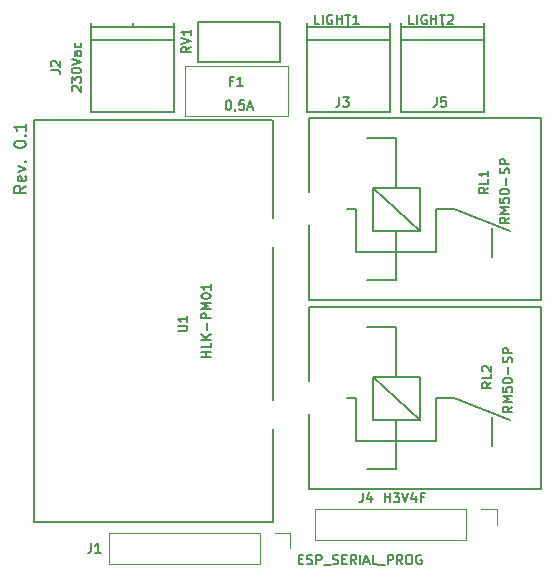
<source format=gto>
G04 #@! TF.GenerationSoftware,KiCad,Pcbnew,no-vcs-found-aeac415~59~ubuntu16.04.1*
G04 #@! TF.CreationDate,2017-08-24T18:22:22+03:00*
G04 #@! TF.ProjectId,wifi_lights,776966695F6C69676874732E6B696361,rev?*
G04 #@! TF.SameCoordinates,Original*
G04 #@! TF.FileFunction,Legend,Top*
G04 #@! TF.FilePolarity,Positive*
%FSLAX46Y46*%
G04 Gerber Fmt 4.6, Leading zero omitted, Abs format (unit mm)*
G04 Created by KiCad (PCBNEW no-vcs-found-aeac415~59~ubuntu16.04.1) date Thu Aug 24 18:22:22 2017*
%MOMM*%
%LPD*%
G01*
G04 APERTURE LIST*
%ADD10C,0.150000*%
%ADD11C,0.120000*%
%ADD12C,2.400000*%
%ADD13O,1.700000X1.700000*%
%ADD14R,1.700000X1.700000*%
%ADD15C,2.500000*%
%ADD16C,3.000000*%
%ADD17C,1.600000*%
%ADD18C,2.000000*%
%ADD19R,1.100000X2.500000*%
%ADD20O,1.100000X2.500000*%
G04 APERTURE END LIST*
D10*
X101952380Y-65309523D02*
X101476190Y-65642857D01*
X101952380Y-65880952D02*
X100952380Y-65880952D01*
X100952380Y-65500000D01*
X101000000Y-65404761D01*
X101047619Y-65357142D01*
X101142857Y-65309523D01*
X101285714Y-65309523D01*
X101380952Y-65357142D01*
X101428571Y-65404761D01*
X101476190Y-65500000D01*
X101476190Y-65880952D01*
X101904761Y-64500000D02*
X101952380Y-64595238D01*
X101952380Y-64785714D01*
X101904761Y-64880952D01*
X101809523Y-64928571D01*
X101428571Y-64928571D01*
X101333333Y-64880952D01*
X101285714Y-64785714D01*
X101285714Y-64595238D01*
X101333333Y-64500000D01*
X101428571Y-64452380D01*
X101523809Y-64452380D01*
X101619047Y-64928571D01*
X101285714Y-64119047D02*
X101952380Y-63880952D01*
X101285714Y-63642857D01*
X101857142Y-63261904D02*
X101904761Y-63214285D01*
X101952380Y-63261904D01*
X101904761Y-63309523D01*
X101857142Y-63261904D01*
X101952380Y-63261904D01*
X100952380Y-61833333D02*
X100952380Y-61738095D01*
X101000000Y-61642857D01*
X101047619Y-61595238D01*
X101142857Y-61547619D01*
X101333333Y-61500000D01*
X101571428Y-61500000D01*
X101761904Y-61547619D01*
X101857142Y-61595238D01*
X101904761Y-61642857D01*
X101952380Y-61738095D01*
X101952380Y-61833333D01*
X101904761Y-61928571D01*
X101857142Y-61976190D01*
X101761904Y-62023809D01*
X101571428Y-62071428D01*
X101333333Y-62071428D01*
X101142857Y-62023809D01*
X101047619Y-61976190D01*
X101000000Y-61928571D01*
X100952380Y-61833333D01*
X101857142Y-61071428D02*
X101904761Y-61023809D01*
X101952380Y-61071428D01*
X101904761Y-61119047D01*
X101857142Y-61071428D01*
X101952380Y-61071428D01*
X101952380Y-60071428D02*
X101952380Y-60642857D01*
X101952380Y-60357142D02*
X100952380Y-60357142D01*
X101095238Y-60452380D01*
X101190476Y-60547619D01*
X101238095Y-60642857D01*
X107500000Y-59100000D02*
X114500000Y-59100000D01*
X107500000Y-51500000D02*
X107500000Y-59100000D01*
X114500000Y-59100000D02*
X114500000Y-51500000D01*
X114500000Y-51900000D02*
X107500000Y-51900000D01*
X114500000Y-53000000D02*
X107500000Y-53000000D01*
X111000000Y-51900000D02*
X111000000Y-51500000D01*
X137250000Y-51900000D02*
X137250000Y-51500000D01*
X140750000Y-53000000D02*
X133750000Y-53000000D01*
X140750000Y-51900000D02*
X133750000Y-51900000D01*
X140750000Y-59100000D02*
X140750000Y-51500000D01*
X133750000Y-51500000D02*
X133750000Y-59100000D01*
X133750000Y-59100000D02*
X140750000Y-59100000D01*
X125750000Y-59100000D02*
X132750000Y-59100000D01*
X125750000Y-51500000D02*
X125750000Y-59100000D01*
X132750000Y-59100000D02*
X132750000Y-51500000D01*
X132750000Y-51900000D02*
X125750000Y-51900000D01*
X132750000Y-53000000D02*
X125750000Y-53000000D01*
X129250000Y-51900000D02*
X129250000Y-51500000D01*
D11*
X141830000Y-92670000D02*
X141830000Y-94000000D01*
X140500000Y-92670000D02*
X141830000Y-92670000D01*
X139230000Y-92670000D02*
X139230000Y-95330000D01*
X139230000Y-95330000D02*
X126470000Y-95330000D01*
X139230000Y-92670000D02*
X126470000Y-92670000D01*
X126470000Y-92670000D02*
X126470000Y-95330000D01*
D10*
X140450000Y-74950000D02*
X142250000Y-74950000D01*
X142250000Y-74950000D02*
X145550000Y-74950000D01*
X145550000Y-74950000D02*
X145550000Y-59550000D01*
X125950000Y-68600000D02*
X125950000Y-74950000D01*
X125950000Y-74950000D02*
X140500000Y-74950000D01*
X125950000Y-65850000D02*
X125950000Y-59550000D01*
X125950000Y-59550000D02*
X145550000Y-59550000D01*
X125950000Y-59600000D02*
X125950000Y-65850000D01*
X141450000Y-68850000D02*
X141450000Y-71350000D01*
X130800000Y-73300000D02*
X133300000Y-73300000D01*
X129900000Y-67300000D02*
X129100000Y-67300000D01*
X133300000Y-61300000D02*
X130800000Y-61300000D01*
X136700000Y-67300000D02*
X138200000Y-67300000D01*
X138200000Y-67300000D02*
X142950000Y-69150000D01*
X136700000Y-70900000D02*
X129900000Y-70900000D01*
X136700000Y-67300000D02*
X136700000Y-70900000D01*
X129900000Y-67300000D02*
X129900000Y-70900000D01*
X133300000Y-61300000D02*
X133300000Y-65500000D01*
X133300000Y-69100000D02*
X133300000Y-73300000D01*
X135300000Y-69100000D02*
X131300000Y-65500000D01*
X131300000Y-69100000D02*
X131300000Y-65500000D01*
X131300000Y-65500000D02*
X135300000Y-65500000D01*
X135300000Y-65500000D02*
X135300000Y-69100000D01*
X135300000Y-69100000D02*
X131300000Y-69100000D01*
X135300000Y-85100000D02*
X131300000Y-85100000D01*
X135300000Y-81500000D02*
X135300000Y-85100000D01*
X131300000Y-81500000D02*
X135300000Y-81500000D01*
X131300000Y-85100000D02*
X131300000Y-81500000D01*
X135300000Y-85100000D02*
X131300000Y-81500000D01*
X133300000Y-85100000D02*
X133300000Y-89300000D01*
X133300000Y-77300000D02*
X133300000Y-81500000D01*
X129900000Y-83300000D02*
X129900000Y-86900000D01*
X136700000Y-83300000D02*
X136700000Y-86900000D01*
X136700000Y-86900000D02*
X129900000Y-86900000D01*
X138200000Y-83300000D02*
X142950000Y-85150000D01*
X136700000Y-83300000D02*
X138200000Y-83300000D01*
X133300000Y-77300000D02*
X130800000Y-77300000D01*
X129900000Y-83300000D02*
X129100000Y-83300000D01*
X130800000Y-89300000D02*
X133300000Y-89300000D01*
X141450000Y-84850000D02*
X141450000Y-87350000D01*
X125950000Y-75600000D02*
X125950000Y-81850000D01*
X125950000Y-75550000D02*
X145550000Y-75550000D01*
X125950000Y-81850000D02*
X125950000Y-75550000D01*
X125950000Y-90950000D02*
X140500000Y-90950000D01*
X125950000Y-84600000D02*
X125950000Y-90950000D01*
X145550000Y-90950000D02*
X145550000Y-75550000D01*
X142250000Y-90950000D02*
X145550000Y-90950000D01*
X140450000Y-90950000D02*
X142250000Y-90950000D01*
X123500000Y-54800000D02*
X123500000Y-51400000D01*
X116500000Y-54800000D02*
X116500000Y-51400000D01*
X123500000Y-54800000D02*
X116500000Y-54800000D01*
X123500000Y-51400000D02*
X116500000Y-51400000D01*
D11*
X124160000Y-59370000D02*
X115420000Y-59370000D01*
X124160000Y-59370000D02*
X124160000Y-55130000D01*
X115420000Y-55130000D02*
X115420000Y-59370000D01*
X115420000Y-55130000D02*
X124160000Y-55130000D01*
X124330000Y-94670000D02*
X124330000Y-96000000D01*
X123000000Y-94670000D02*
X124330000Y-94670000D01*
X121730000Y-94670000D02*
X121730000Y-97330000D01*
X121730000Y-97330000D02*
X108970000Y-97330000D01*
X121730000Y-94670000D02*
X108970000Y-94670000D01*
X108970000Y-94670000D02*
X108970000Y-97330000D01*
D10*
X102649993Y-59749991D02*
X102649993Y-93750000D01*
X102649993Y-93749982D02*
X122850006Y-93749982D01*
X122849993Y-93750018D02*
X122849993Y-59749982D01*
X122826960Y-59749982D02*
X102649993Y-59749982D01*
X104061904Y-55516666D02*
X104633333Y-55516666D01*
X104747619Y-55554761D01*
X104823809Y-55630952D01*
X104861904Y-55745238D01*
X104861904Y-55821428D01*
X104138095Y-55173809D02*
X104100000Y-55135714D01*
X104061904Y-55059523D01*
X104061904Y-54869047D01*
X104100000Y-54792857D01*
X104138095Y-54754761D01*
X104214285Y-54716666D01*
X104290476Y-54716666D01*
X104404761Y-54754761D01*
X104861904Y-55211904D01*
X104861904Y-54716666D01*
X105888095Y-57288095D02*
X105850000Y-57250000D01*
X105811904Y-57173809D01*
X105811904Y-56983333D01*
X105850000Y-56907142D01*
X105888095Y-56869047D01*
X105964285Y-56830952D01*
X106040476Y-56830952D01*
X106154761Y-56869047D01*
X106611904Y-57326190D01*
X106611904Y-56830952D01*
X105811904Y-56564285D02*
X105811904Y-56069047D01*
X106116666Y-56335714D01*
X106116666Y-56221428D01*
X106154761Y-56145238D01*
X106192857Y-56107142D01*
X106269047Y-56069047D01*
X106459523Y-56069047D01*
X106535714Y-56107142D01*
X106573809Y-56145238D01*
X106611904Y-56221428D01*
X106611904Y-56450000D01*
X106573809Y-56526190D01*
X106535714Y-56564285D01*
X105811904Y-55573809D02*
X105811904Y-55497619D01*
X105850000Y-55421428D01*
X105888095Y-55383333D01*
X105964285Y-55345238D01*
X106116666Y-55307142D01*
X106307142Y-55307142D01*
X106459523Y-55345238D01*
X106535714Y-55383333D01*
X106573809Y-55421428D01*
X106611904Y-55497619D01*
X106611904Y-55573809D01*
X106573809Y-55650000D01*
X106535714Y-55688095D01*
X106459523Y-55726190D01*
X106307142Y-55764285D01*
X106116666Y-55764285D01*
X105964285Y-55726190D01*
X105888095Y-55688095D01*
X105850000Y-55650000D01*
X105811904Y-55573809D01*
X105811904Y-55078571D02*
X106611904Y-54811904D01*
X105811904Y-54545238D01*
X106611904Y-53935714D02*
X106192857Y-53935714D01*
X106116666Y-53973809D01*
X106078571Y-54050000D01*
X106078571Y-54202380D01*
X106116666Y-54278571D01*
X106573809Y-53935714D02*
X106611904Y-54011904D01*
X106611904Y-54202380D01*
X106573809Y-54278571D01*
X106497619Y-54316666D01*
X106421428Y-54316666D01*
X106345238Y-54278571D01*
X106307142Y-54202380D01*
X106307142Y-54011904D01*
X106269047Y-53935714D01*
X106573809Y-53211904D02*
X106611904Y-53288095D01*
X106611904Y-53440476D01*
X106573809Y-53516666D01*
X106535714Y-53554761D01*
X106459523Y-53592857D01*
X106230952Y-53592857D01*
X106154761Y-53554761D01*
X106116666Y-53516666D01*
X106078571Y-53440476D01*
X106078571Y-53288095D01*
X106116666Y-53211904D01*
X136733333Y-57811904D02*
X136733333Y-58383333D01*
X136695238Y-58497619D01*
X136619047Y-58573809D01*
X136504761Y-58611904D01*
X136428571Y-58611904D01*
X137495238Y-57811904D02*
X137114285Y-57811904D01*
X137076190Y-58192857D01*
X137114285Y-58154761D01*
X137190476Y-58116666D01*
X137380952Y-58116666D01*
X137457142Y-58154761D01*
X137495238Y-58192857D01*
X137533333Y-58269047D01*
X137533333Y-58459523D01*
X137495238Y-58535714D01*
X137457142Y-58573809D01*
X137380952Y-58611904D01*
X137190476Y-58611904D01*
X137114285Y-58573809D01*
X137076190Y-58535714D01*
X134802380Y-51611904D02*
X134421428Y-51611904D01*
X134421428Y-50811904D01*
X135069047Y-51611904D02*
X135069047Y-50811904D01*
X135869047Y-50850000D02*
X135792857Y-50811904D01*
X135678571Y-50811904D01*
X135564285Y-50850000D01*
X135488095Y-50926190D01*
X135450000Y-51002380D01*
X135411904Y-51154761D01*
X135411904Y-51269047D01*
X135450000Y-51421428D01*
X135488095Y-51497619D01*
X135564285Y-51573809D01*
X135678571Y-51611904D01*
X135754761Y-51611904D01*
X135869047Y-51573809D01*
X135907142Y-51535714D01*
X135907142Y-51269047D01*
X135754761Y-51269047D01*
X136250000Y-51611904D02*
X136250000Y-50811904D01*
X136250000Y-51192857D02*
X136707142Y-51192857D01*
X136707142Y-51611904D02*
X136707142Y-50811904D01*
X136973809Y-50811904D02*
X137430952Y-50811904D01*
X137202380Y-51611904D02*
X137202380Y-50811904D01*
X137659523Y-50888095D02*
X137697619Y-50850000D01*
X137773809Y-50811904D01*
X137964285Y-50811904D01*
X138040476Y-50850000D01*
X138078571Y-50888095D01*
X138116666Y-50964285D01*
X138116666Y-51040476D01*
X138078571Y-51154761D01*
X137621428Y-51611904D01*
X138116666Y-51611904D01*
X128483333Y-57811904D02*
X128483333Y-58383333D01*
X128445238Y-58497619D01*
X128369047Y-58573809D01*
X128254761Y-58611904D01*
X128178571Y-58611904D01*
X128788095Y-57811904D02*
X129283333Y-57811904D01*
X129016666Y-58116666D01*
X129130952Y-58116666D01*
X129207142Y-58154761D01*
X129245238Y-58192857D01*
X129283333Y-58269047D01*
X129283333Y-58459523D01*
X129245238Y-58535714D01*
X129207142Y-58573809D01*
X129130952Y-58611904D01*
X128902380Y-58611904D01*
X128826190Y-58573809D01*
X128788095Y-58535714D01*
X126802380Y-51611904D02*
X126421428Y-51611904D01*
X126421428Y-50811904D01*
X127069047Y-51611904D02*
X127069047Y-50811904D01*
X127869047Y-50850000D02*
X127792857Y-50811904D01*
X127678571Y-50811904D01*
X127564285Y-50850000D01*
X127488095Y-50926190D01*
X127450000Y-51002380D01*
X127411904Y-51154761D01*
X127411904Y-51269047D01*
X127450000Y-51421428D01*
X127488095Y-51497619D01*
X127564285Y-51573809D01*
X127678571Y-51611904D01*
X127754761Y-51611904D01*
X127869047Y-51573809D01*
X127907142Y-51535714D01*
X127907142Y-51269047D01*
X127754761Y-51269047D01*
X128250000Y-51611904D02*
X128250000Y-50811904D01*
X128250000Y-51192857D02*
X128707142Y-51192857D01*
X128707142Y-51611904D02*
X128707142Y-50811904D01*
X128973809Y-50811904D02*
X129430952Y-50811904D01*
X129202380Y-51611904D02*
X129202380Y-50811904D01*
X130116666Y-51611904D02*
X129659523Y-51611904D01*
X129888095Y-51611904D02*
X129888095Y-50811904D01*
X129811904Y-50926190D01*
X129735714Y-51002380D01*
X129659523Y-51040476D01*
X130483333Y-91311904D02*
X130483333Y-91883333D01*
X130445238Y-91997619D01*
X130369047Y-92073809D01*
X130254761Y-92111904D01*
X130178571Y-92111904D01*
X131207142Y-91578571D02*
X131207142Y-92111904D01*
X131016666Y-91273809D02*
X130826190Y-91845238D01*
X131321428Y-91845238D01*
X132323809Y-92111904D02*
X132323809Y-91311904D01*
X132323809Y-91692857D02*
X132780952Y-91692857D01*
X132780952Y-92111904D02*
X132780952Y-91311904D01*
X133085714Y-91311904D02*
X133580952Y-91311904D01*
X133314285Y-91616666D01*
X133428571Y-91616666D01*
X133504761Y-91654761D01*
X133542857Y-91692857D01*
X133580952Y-91769047D01*
X133580952Y-91959523D01*
X133542857Y-92035714D01*
X133504761Y-92073809D01*
X133428571Y-92111904D01*
X133200000Y-92111904D01*
X133123809Y-92073809D01*
X133085714Y-92035714D01*
X133809523Y-91311904D02*
X134076190Y-92111904D01*
X134342857Y-91311904D01*
X134952380Y-91578571D02*
X134952380Y-92111904D01*
X134761904Y-91273809D02*
X134571428Y-91845238D01*
X135066666Y-91845238D01*
X135638095Y-91692857D02*
X135371428Y-91692857D01*
X135371428Y-92111904D02*
X135371428Y-91311904D01*
X135752380Y-91311904D01*
X141111904Y-65457142D02*
X140730952Y-65723809D01*
X141111904Y-65914285D02*
X140311904Y-65914285D01*
X140311904Y-65609523D01*
X140350000Y-65533333D01*
X140388095Y-65495238D01*
X140464285Y-65457142D01*
X140578571Y-65457142D01*
X140654761Y-65495238D01*
X140692857Y-65533333D01*
X140730952Y-65609523D01*
X140730952Y-65914285D01*
X141111904Y-64733333D02*
X141111904Y-65114285D01*
X140311904Y-65114285D01*
X141111904Y-64047619D02*
X141111904Y-64504761D01*
X141111904Y-64276190D02*
X140311904Y-64276190D01*
X140426190Y-64352380D01*
X140502380Y-64428571D01*
X140540476Y-64504761D01*
X142861904Y-67997619D02*
X142480952Y-68264285D01*
X142861904Y-68454761D02*
X142061904Y-68454761D01*
X142061904Y-68150000D01*
X142100000Y-68073809D01*
X142138095Y-68035714D01*
X142214285Y-67997619D01*
X142328571Y-67997619D01*
X142404761Y-68035714D01*
X142442857Y-68073809D01*
X142480952Y-68150000D01*
X142480952Y-68454761D01*
X142861904Y-67654761D02*
X142061904Y-67654761D01*
X142633333Y-67388095D01*
X142061904Y-67121428D01*
X142861904Y-67121428D01*
X142061904Y-66359523D02*
X142061904Y-66740476D01*
X142442857Y-66778571D01*
X142404761Y-66740476D01*
X142366666Y-66664285D01*
X142366666Y-66473809D01*
X142404761Y-66397619D01*
X142442857Y-66359523D01*
X142519047Y-66321428D01*
X142709523Y-66321428D01*
X142785714Y-66359523D01*
X142823809Y-66397619D01*
X142861904Y-66473809D01*
X142861904Y-66664285D01*
X142823809Y-66740476D01*
X142785714Y-66778571D01*
X142061904Y-65826190D02*
X142061904Y-65750000D01*
X142100000Y-65673809D01*
X142138095Y-65635714D01*
X142214285Y-65597619D01*
X142366666Y-65559523D01*
X142557142Y-65559523D01*
X142709523Y-65597619D01*
X142785714Y-65635714D01*
X142823809Y-65673809D01*
X142861904Y-65750000D01*
X142861904Y-65826190D01*
X142823809Y-65902380D01*
X142785714Y-65940476D01*
X142709523Y-65978571D01*
X142557142Y-66016666D01*
X142366666Y-66016666D01*
X142214285Y-65978571D01*
X142138095Y-65940476D01*
X142100000Y-65902380D01*
X142061904Y-65826190D01*
X142557142Y-65216666D02*
X142557142Y-64607142D01*
X142823809Y-64264285D02*
X142861904Y-64150000D01*
X142861904Y-63959523D01*
X142823809Y-63883333D01*
X142785714Y-63845238D01*
X142709523Y-63807142D01*
X142633333Y-63807142D01*
X142557142Y-63845238D01*
X142519047Y-63883333D01*
X142480952Y-63959523D01*
X142442857Y-64111904D01*
X142404761Y-64188095D01*
X142366666Y-64226190D01*
X142290476Y-64264285D01*
X142214285Y-64264285D01*
X142138095Y-64226190D01*
X142100000Y-64188095D01*
X142061904Y-64111904D01*
X142061904Y-63921428D01*
X142100000Y-63807142D01*
X142861904Y-63464285D02*
X142061904Y-63464285D01*
X142061904Y-63159523D01*
X142100000Y-63083333D01*
X142138095Y-63045238D01*
X142214285Y-63007142D01*
X142328571Y-63007142D01*
X142404761Y-63045238D01*
X142442857Y-63083333D01*
X142480952Y-63159523D01*
X142480952Y-63464285D01*
X141361904Y-81957142D02*
X140980952Y-82223809D01*
X141361904Y-82414285D02*
X140561904Y-82414285D01*
X140561904Y-82109523D01*
X140600000Y-82033333D01*
X140638095Y-81995238D01*
X140714285Y-81957142D01*
X140828571Y-81957142D01*
X140904761Y-81995238D01*
X140942857Y-82033333D01*
X140980952Y-82109523D01*
X140980952Y-82414285D01*
X141361904Y-81233333D02*
X141361904Y-81614285D01*
X140561904Y-81614285D01*
X140638095Y-81004761D02*
X140600000Y-80966666D01*
X140561904Y-80890476D01*
X140561904Y-80700000D01*
X140600000Y-80623809D01*
X140638095Y-80585714D01*
X140714285Y-80547619D01*
X140790476Y-80547619D01*
X140904761Y-80585714D01*
X141361904Y-81042857D01*
X141361904Y-80547619D01*
X143111904Y-83997619D02*
X142730952Y-84264285D01*
X143111904Y-84454761D02*
X142311904Y-84454761D01*
X142311904Y-84150000D01*
X142350000Y-84073809D01*
X142388095Y-84035714D01*
X142464285Y-83997619D01*
X142578571Y-83997619D01*
X142654761Y-84035714D01*
X142692857Y-84073809D01*
X142730952Y-84150000D01*
X142730952Y-84454761D01*
X143111904Y-83654761D02*
X142311904Y-83654761D01*
X142883333Y-83388095D01*
X142311904Y-83121428D01*
X143111904Y-83121428D01*
X142311904Y-82359523D02*
X142311904Y-82740476D01*
X142692857Y-82778571D01*
X142654761Y-82740476D01*
X142616666Y-82664285D01*
X142616666Y-82473809D01*
X142654761Y-82397619D01*
X142692857Y-82359523D01*
X142769047Y-82321428D01*
X142959523Y-82321428D01*
X143035714Y-82359523D01*
X143073809Y-82397619D01*
X143111904Y-82473809D01*
X143111904Y-82664285D01*
X143073809Y-82740476D01*
X143035714Y-82778571D01*
X142311904Y-81826190D02*
X142311904Y-81750000D01*
X142350000Y-81673809D01*
X142388095Y-81635714D01*
X142464285Y-81597619D01*
X142616666Y-81559523D01*
X142807142Y-81559523D01*
X142959523Y-81597619D01*
X143035714Y-81635714D01*
X143073809Y-81673809D01*
X143111904Y-81750000D01*
X143111904Y-81826190D01*
X143073809Y-81902380D01*
X143035714Y-81940476D01*
X142959523Y-81978571D01*
X142807142Y-82016666D01*
X142616666Y-82016666D01*
X142464285Y-81978571D01*
X142388095Y-81940476D01*
X142350000Y-81902380D01*
X142311904Y-81826190D01*
X142807142Y-81216666D02*
X142807142Y-80607142D01*
X143073809Y-80264285D02*
X143111904Y-80150000D01*
X143111904Y-79959523D01*
X143073809Y-79883333D01*
X143035714Y-79845238D01*
X142959523Y-79807142D01*
X142883333Y-79807142D01*
X142807142Y-79845238D01*
X142769047Y-79883333D01*
X142730952Y-79959523D01*
X142692857Y-80111904D01*
X142654761Y-80188095D01*
X142616666Y-80226190D01*
X142540476Y-80264285D01*
X142464285Y-80264285D01*
X142388095Y-80226190D01*
X142350000Y-80188095D01*
X142311904Y-80111904D01*
X142311904Y-79921428D01*
X142350000Y-79807142D01*
X143111904Y-79464285D02*
X142311904Y-79464285D01*
X142311904Y-79159523D01*
X142350000Y-79083333D01*
X142388095Y-79045238D01*
X142464285Y-79007142D01*
X142578571Y-79007142D01*
X142654761Y-79045238D01*
X142692857Y-79083333D01*
X142730952Y-79159523D01*
X142730952Y-79464285D01*
X115911904Y-53526190D02*
X115530952Y-53792857D01*
X115911904Y-53983333D02*
X115111904Y-53983333D01*
X115111904Y-53678571D01*
X115150000Y-53602380D01*
X115188095Y-53564285D01*
X115264285Y-53526190D01*
X115378571Y-53526190D01*
X115454761Y-53564285D01*
X115492857Y-53602380D01*
X115530952Y-53678571D01*
X115530952Y-53983333D01*
X115111904Y-53297619D02*
X115911904Y-53030952D01*
X115111904Y-52764285D01*
X115911904Y-52078571D02*
X115911904Y-52535714D01*
X115911904Y-52307142D02*
X115111904Y-52307142D01*
X115226190Y-52383333D01*
X115302380Y-52459523D01*
X115340476Y-52535714D01*
X119483333Y-56442857D02*
X119216666Y-56442857D01*
X119216666Y-56861904D02*
X119216666Y-56061904D01*
X119597619Y-56061904D01*
X120321428Y-56861904D02*
X119864285Y-56861904D01*
X120092857Y-56861904D02*
X120092857Y-56061904D01*
X120016666Y-56176190D01*
X119940476Y-56252380D01*
X119864285Y-56290476D01*
X119047619Y-58061904D02*
X119123809Y-58061904D01*
X119200000Y-58100000D01*
X119238095Y-58138095D01*
X119276190Y-58214285D01*
X119314285Y-58366666D01*
X119314285Y-58557142D01*
X119276190Y-58709523D01*
X119238095Y-58785714D01*
X119200000Y-58823809D01*
X119123809Y-58861904D01*
X119047619Y-58861904D01*
X118971428Y-58823809D01*
X118933333Y-58785714D01*
X118895238Y-58709523D01*
X118857142Y-58557142D01*
X118857142Y-58366666D01*
X118895238Y-58214285D01*
X118933333Y-58138095D01*
X118971428Y-58100000D01*
X119047619Y-58061904D01*
X119695238Y-58823809D02*
X119695238Y-58861904D01*
X119657142Y-58938095D01*
X119619047Y-58976190D01*
X120419047Y-58061904D02*
X120038095Y-58061904D01*
X120000000Y-58442857D01*
X120038095Y-58404761D01*
X120114285Y-58366666D01*
X120304761Y-58366666D01*
X120380952Y-58404761D01*
X120419047Y-58442857D01*
X120457142Y-58519047D01*
X120457142Y-58709523D01*
X120419047Y-58785714D01*
X120380952Y-58823809D01*
X120304761Y-58861904D01*
X120114285Y-58861904D01*
X120038095Y-58823809D01*
X120000000Y-58785714D01*
X120761904Y-58633333D02*
X121142857Y-58633333D01*
X120685714Y-58861904D02*
X120952380Y-58061904D01*
X121219047Y-58861904D01*
X107483333Y-95561904D02*
X107483333Y-96133333D01*
X107445238Y-96247619D01*
X107369047Y-96323809D01*
X107254761Y-96361904D01*
X107178571Y-96361904D01*
X108283333Y-96361904D02*
X107826190Y-96361904D01*
X108054761Y-96361904D02*
X108054761Y-95561904D01*
X107978571Y-95676190D01*
X107902380Y-95752380D01*
X107826190Y-95790476D01*
X125069047Y-96942857D02*
X125335714Y-96942857D01*
X125450000Y-97361904D02*
X125069047Y-97361904D01*
X125069047Y-96561904D01*
X125450000Y-96561904D01*
X125754761Y-97323809D02*
X125869047Y-97361904D01*
X126059523Y-97361904D01*
X126135714Y-97323809D01*
X126173809Y-97285714D01*
X126211904Y-97209523D01*
X126211904Y-97133333D01*
X126173809Y-97057142D01*
X126135714Y-97019047D01*
X126059523Y-96980952D01*
X125907142Y-96942857D01*
X125830952Y-96904761D01*
X125792857Y-96866666D01*
X125754761Y-96790476D01*
X125754761Y-96714285D01*
X125792857Y-96638095D01*
X125830952Y-96600000D01*
X125907142Y-96561904D01*
X126097619Y-96561904D01*
X126211904Y-96600000D01*
X126554761Y-97361904D02*
X126554761Y-96561904D01*
X126859523Y-96561904D01*
X126935714Y-96600000D01*
X126973809Y-96638095D01*
X127011904Y-96714285D01*
X127011904Y-96828571D01*
X126973809Y-96904761D01*
X126935714Y-96942857D01*
X126859523Y-96980952D01*
X126554761Y-96980952D01*
X127164285Y-97438095D02*
X127773809Y-97438095D01*
X127926190Y-97323809D02*
X128040476Y-97361904D01*
X128230952Y-97361904D01*
X128307142Y-97323809D01*
X128345238Y-97285714D01*
X128383333Y-97209523D01*
X128383333Y-97133333D01*
X128345238Y-97057142D01*
X128307142Y-97019047D01*
X128230952Y-96980952D01*
X128078571Y-96942857D01*
X128002380Y-96904761D01*
X127964285Y-96866666D01*
X127926190Y-96790476D01*
X127926190Y-96714285D01*
X127964285Y-96638095D01*
X128002380Y-96600000D01*
X128078571Y-96561904D01*
X128269047Y-96561904D01*
X128383333Y-96600000D01*
X128726190Y-96942857D02*
X128992857Y-96942857D01*
X129107142Y-97361904D02*
X128726190Y-97361904D01*
X128726190Y-96561904D01*
X129107142Y-96561904D01*
X129907142Y-97361904D02*
X129640476Y-96980952D01*
X129450000Y-97361904D02*
X129450000Y-96561904D01*
X129754761Y-96561904D01*
X129830952Y-96600000D01*
X129869047Y-96638095D01*
X129907142Y-96714285D01*
X129907142Y-96828571D01*
X129869047Y-96904761D01*
X129830952Y-96942857D01*
X129754761Y-96980952D01*
X129450000Y-96980952D01*
X130250000Y-97361904D02*
X130250000Y-96561904D01*
X130592857Y-97133333D02*
X130973809Y-97133333D01*
X130516666Y-97361904D02*
X130783333Y-96561904D01*
X131050000Y-97361904D01*
X131697619Y-97361904D02*
X131316666Y-97361904D01*
X131316666Y-96561904D01*
X131773809Y-97438095D02*
X132383333Y-97438095D01*
X132573809Y-97361904D02*
X132573809Y-96561904D01*
X132878571Y-96561904D01*
X132954761Y-96600000D01*
X132992857Y-96638095D01*
X133030952Y-96714285D01*
X133030952Y-96828571D01*
X132992857Y-96904761D01*
X132954761Y-96942857D01*
X132878571Y-96980952D01*
X132573809Y-96980952D01*
X133830952Y-97361904D02*
X133564285Y-96980952D01*
X133373809Y-97361904D02*
X133373809Y-96561904D01*
X133678571Y-96561904D01*
X133754761Y-96600000D01*
X133792857Y-96638095D01*
X133830952Y-96714285D01*
X133830952Y-96828571D01*
X133792857Y-96904761D01*
X133754761Y-96942857D01*
X133678571Y-96980952D01*
X133373809Y-96980952D01*
X134326190Y-96561904D02*
X134478571Y-96561904D01*
X134554761Y-96600000D01*
X134630952Y-96676190D01*
X134669047Y-96828571D01*
X134669047Y-97095238D01*
X134630952Y-97247619D01*
X134554761Y-97323809D01*
X134478571Y-97361904D01*
X134326190Y-97361904D01*
X134250000Y-97323809D01*
X134173809Y-97247619D01*
X134135714Y-97095238D01*
X134135714Y-96828571D01*
X134173809Y-96676190D01*
X134250000Y-96600000D01*
X134326190Y-96561904D01*
X135430952Y-96600000D02*
X135354761Y-96561904D01*
X135240476Y-96561904D01*
X135126190Y-96600000D01*
X135050000Y-96676190D01*
X135011904Y-96752380D01*
X134973809Y-96904761D01*
X134973809Y-97019047D01*
X135011904Y-97171428D01*
X135050000Y-97247619D01*
X135126190Y-97323809D01*
X135240476Y-97361904D01*
X135316666Y-97361904D01*
X135430952Y-97323809D01*
X135469047Y-97285714D01*
X135469047Y-97019047D01*
X135316666Y-97019047D01*
X117611904Y-79816666D02*
X116811904Y-79816666D01*
X117192857Y-79816666D02*
X117192857Y-79359523D01*
X117611904Y-79359523D02*
X116811904Y-79359523D01*
X117611904Y-78597619D02*
X117611904Y-78978571D01*
X116811904Y-78978571D01*
X117611904Y-78330952D02*
X116811904Y-78330952D01*
X117611904Y-77873809D02*
X117154761Y-78216666D01*
X116811904Y-77873809D02*
X117269047Y-78330952D01*
X117307142Y-77530952D02*
X117307142Y-76921428D01*
X117611904Y-76540476D02*
X116811904Y-76540476D01*
X116811904Y-76235714D01*
X116850000Y-76159523D01*
X116888095Y-76121428D01*
X116964285Y-76083333D01*
X117078571Y-76083333D01*
X117154761Y-76121428D01*
X117192857Y-76159523D01*
X117230952Y-76235714D01*
X117230952Y-76540476D01*
X117611904Y-75740476D02*
X116811904Y-75740476D01*
X117383333Y-75473809D01*
X116811904Y-75207142D01*
X117611904Y-75207142D01*
X116811904Y-74673809D02*
X116811904Y-74597619D01*
X116850000Y-74521428D01*
X116888095Y-74483333D01*
X116964285Y-74445238D01*
X117116666Y-74407142D01*
X117307142Y-74407142D01*
X117459523Y-74445238D01*
X117535714Y-74483333D01*
X117573809Y-74521428D01*
X117611904Y-74597619D01*
X117611904Y-74673809D01*
X117573809Y-74750000D01*
X117535714Y-74788095D01*
X117459523Y-74826190D01*
X117307142Y-74864285D01*
X117116666Y-74864285D01*
X116964285Y-74826190D01*
X116888095Y-74788095D01*
X116850000Y-74750000D01*
X116811904Y-74673809D01*
X117611904Y-73645238D02*
X117611904Y-74102380D01*
X117611904Y-73873809D02*
X116811904Y-73873809D01*
X116926190Y-73950000D01*
X117002380Y-74026190D01*
X117040476Y-74102380D01*
X114811904Y-77609523D02*
X115459523Y-77609523D01*
X115535714Y-77571428D01*
X115573809Y-77533333D01*
X115611904Y-77457142D01*
X115611904Y-77304761D01*
X115573809Y-77228571D01*
X115535714Y-77190476D01*
X115459523Y-77152380D01*
X114811904Y-77152380D01*
X115611904Y-76352380D02*
X115611904Y-76809523D01*
X115611904Y-76580952D02*
X114811904Y-76580952D01*
X114926190Y-76657142D01*
X115002380Y-76733333D01*
X115040476Y-76809523D01*
%LPC*%
D12*
X112750000Y-56000000D03*
X109250000Y-56000000D03*
X135500000Y-56000000D03*
X139000000Y-56000000D03*
X131000000Y-56000000D03*
X127500000Y-56000000D03*
D13*
X127800000Y-94000000D03*
X130340000Y-94000000D03*
X132880000Y-94000000D03*
X135420000Y-94000000D03*
X137960000Y-94000000D03*
D14*
X140500000Y-94000000D03*
D15*
X129200000Y-73300000D03*
X129200000Y-61300000D03*
D16*
X127250000Y-67250000D03*
X141450000Y-73250000D03*
X141450000Y-61250000D03*
X141450000Y-77250000D03*
X141450000Y-89250000D03*
X127250000Y-83250000D03*
D15*
X129200000Y-77300000D03*
X129200000Y-89300000D03*
D17*
X117500000Y-52450000D03*
X122500000Y-53750000D03*
D18*
X122330000Y-57260000D03*
X117250000Y-57250000D03*
D13*
X110300000Y-96000000D03*
X112840000Y-96000000D03*
X115380000Y-96000000D03*
X117920000Y-96000000D03*
X120460000Y-96000000D03*
D14*
X123000000Y-96000000D03*
D16*
X115200000Y-61799982D03*
X110200000Y-61799982D03*
X120400000Y-91199982D03*
X105000000Y-91199982D03*
D19*
X109000000Y-69300000D03*
D20*
X111000000Y-69300000D03*
X113000000Y-69300000D03*
X115000000Y-69300000D03*
X117000000Y-69300000D03*
X119000000Y-69300000D03*
X121000000Y-69300000D03*
X123000000Y-69300000D03*
X123000000Y-84700000D03*
X121000000Y-84600000D03*
X119000000Y-84700000D03*
X117000000Y-84700000D03*
X115000000Y-84700000D03*
X113000000Y-84700000D03*
X111000000Y-84700000D03*
X109000000Y-84700000D03*
M02*

</source>
